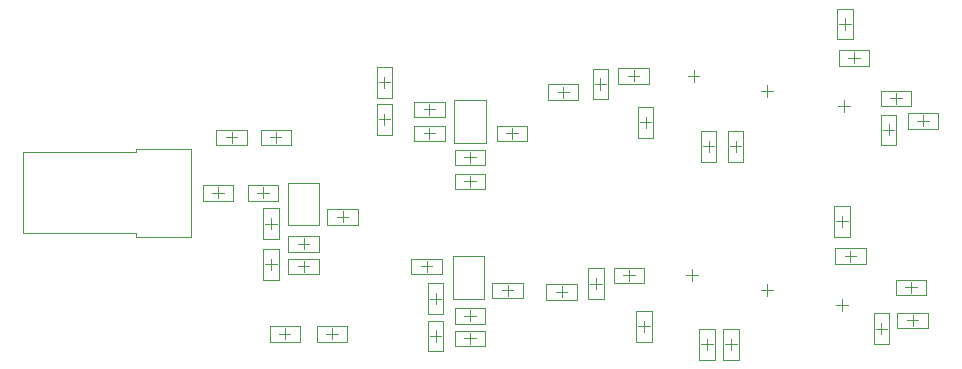
<source format=gbr>
%TF.GenerationSoftware,Altium Limited,Altium Designer,22.7.1 (60)*%
G04 Layer_Color=32768*
%FSLAX45Y45*%
%MOMM*%
%TF.SameCoordinates,8DF05635-03F1-411C-9BC5-7CD19558B576*%
%TF.FilePolarity,Positive*%
%TF.FileFunction,Other,Mechanical_15*%
%TF.Part,Single*%
G01*
G75*
%TA.AperFunction,NonConductor*%
%ADD42C,0.10000*%
%ADD43C,0.05000*%
D42*
X9108440Y5369560D02*
Y5501640D01*
X8849360Y5369560D02*
Y5501640D01*
Y5369560D02*
X9108440D01*
X8849360Y5501640D02*
X9108440D01*
X8931400Y5435600D02*
X9026400D01*
X8978900Y5388100D02*
Y5483100D01*
X9077960Y5179060D02*
Y5311140D01*
X9337040Y5179060D02*
Y5311140D01*
X9077960D02*
X9337040D01*
X9077960Y5179060D02*
X9337040D01*
X9160000Y5245100D02*
X9255000D01*
X9207500Y5197600D02*
Y5292600D01*
X8989060Y3489960D02*
Y3622040D01*
X9248140Y3489960D02*
Y3622040D01*
X8989060D02*
X9248140D01*
X8989060Y3489960D02*
X9248140D01*
X9071100Y3556000D02*
X9166100D01*
X9118600Y3508500D02*
Y3603500D01*
X9235440Y3769360D02*
Y3901440D01*
X8976360Y3769360D02*
Y3901440D01*
Y3769360D02*
X9235440D01*
X8976360Y3901440D02*
X9235440D01*
X9058400Y3835400D02*
X9153400D01*
X9105900Y3787900D02*
Y3882900D01*
X5689600Y3762500D02*
Y3857500D01*
X5642100Y3810000D02*
X5737100D01*
X5560060Y3876040D02*
X5819140D01*
X5560060Y3743960D02*
X5819140D01*
X5560060D02*
Y3876040D01*
X5819140Y3743960D02*
Y3876040D01*
X5726500Y5090400D02*
Y5185400D01*
X5679000Y5137900D02*
X5774000D01*
X5596960Y5203940D02*
X5856040D01*
X5596960Y5071860D02*
X5856040D01*
X5596960D02*
Y5203940D01*
X5856040Y5071860D02*
Y5203940D01*
X7331200Y3352800D02*
X7426200D01*
X7378700Y3305300D02*
Y3400300D01*
X7444740Y3223260D02*
Y3482340D01*
X7312660Y3223260D02*
Y3482340D01*
X7444740D01*
X7312660Y3223260D02*
X7444740D01*
X6810500Y5232400D02*
X6905500D01*
X6858000Y5184900D02*
Y5279900D01*
X6924040Y5102860D02*
Y5361940D01*
X6791960Y5102860D02*
Y5361940D01*
X6924040D01*
X6791960Y5102860D02*
X6924040D01*
X6160837Y5440076D02*
Y5535076D01*
X6113337Y5487576D02*
X6208337D01*
X6031297Y5421536D02*
X6290377D01*
X6031297Y5553616D02*
X6290377D01*
Y5421536D02*
Y5553616D01*
X6031297Y5421536D02*
Y5553616D01*
X6429083Y5557506D02*
X6524083D01*
X6476583Y5510005D02*
Y5605005D01*
X6542623Y5427965D02*
Y5687045D01*
X6410543Y5427965D02*
Y5687045D01*
X6542623D01*
X6410543Y5427965D02*
X6542623D01*
X6756400Y5578600D02*
Y5673600D01*
X6708900Y5626100D02*
X6803900D01*
X6626860Y5560060D02*
X6885940D01*
X6626860Y5692140D02*
X6885940D01*
Y5560060D02*
Y5692140D01*
X6626860Y5560060D02*
Y5692140D01*
X8867900Y5168900D02*
X8962900D01*
X8915400Y5121400D02*
Y5216400D01*
X8981440Y5039360D02*
Y5298440D01*
X8849360Y5039360D02*
Y5298440D01*
X8981440D01*
X8849360Y5039360D02*
X8981440D01*
X8623300Y5731000D02*
Y5826000D01*
X8575800Y5778500D02*
X8670800D01*
X8493760Y5844540D02*
X8752840D01*
X8493760Y5712460D02*
X8752840D01*
X8493760D02*
Y5844540D01*
X8752840Y5712460D02*
Y5844540D01*
X8499600Y6064400D02*
X8594600D01*
X8547100Y6016900D02*
Y6111900D01*
X8613140Y5934860D02*
Y6193940D01*
X8481060Y5934860D02*
Y6193940D01*
X8613140D01*
X8481060Y5934860D02*
X8613140D01*
X8539626Y5322100D02*
Y5422100D01*
X8489626Y5372100D02*
X8589626D01*
X7343900Y5029200D02*
X7438900D01*
X7391400Y4981700D02*
Y5076700D01*
X7457440Y4899660D02*
Y5158740D01*
X7325360Y4899660D02*
Y5158740D01*
X7457440D01*
X7325360Y4899660D02*
X7457440D01*
X7572500Y5029200D02*
X7667500D01*
X7620000Y4981700D02*
Y5076700D01*
X7686040Y4899660D02*
Y5158740D01*
X7553960Y4899660D02*
Y5158740D01*
X7686040D01*
X7553960Y4899660D02*
X7686040D01*
X6146800Y3749800D02*
Y3844800D01*
X6099300Y3797300D02*
X6194300D01*
X6017260Y3731260D02*
X6276340D01*
X6017260Y3863340D02*
X6276340D01*
Y3731260D02*
Y3863340D01*
X6017260Y3731260D02*
Y3863340D01*
X7534400Y3352800D02*
X7629400D01*
X7581900Y3305300D02*
Y3400300D01*
X7647940Y3223260D02*
Y3482340D01*
X7515860Y3223260D02*
Y3482340D01*
X7647940D01*
X7515860Y3223260D02*
X7647940D01*
X8521700Y3633000D02*
Y3733000D01*
X8471700Y3683000D02*
X8571700D01*
X8474200Y4394200D02*
X8569200D01*
X8521700Y4346700D02*
Y4441700D01*
X8587740Y4264660D02*
Y4523740D01*
X8455660Y4264660D02*
Y4523740D01*
X8587740D01*
X8455660Y4264660D02*
X8587740D01*
X8808159Y3484489D02*
X8903159D01*
X8855659Y3436989D02*
Y3531989D01*
X8921699Y3354949D02*
Y3614029D01*
X8789619Y3354949D02*
Y3614029D01*
X8921699D01*
X8789619Y3354949D02*
X8921699D01*
X3238500Y4588000D02*
Y4683000D01*
X3191000Y4635500D02*
X3286000D01*
X3108960Y4569460D02*
X3368040D01*
X3108960Y4701540D02*
X3368040D01*
Y4569460D02*
Y4701540D01*
X3108960Y4569460D02*
Y4701540D01*
X8591816Y4051346D02*
Y4146347D01*
X8544316Y4098847D02*
X8639316D01*
X8462276Y4164887D02*
X8721356D01*
X8462276Y4032807D02*
X8721356D01*
X8462276D02*
Y4164887D01*
X8721356Y4032807D02*
Y4164887D01*
X6718300Y3889500D02*
Y3984500D01*
X6670800Y3937000D02*
X6765800D01*
X6588760Y3870960D02*
X6847840D01*
X6588760Y4003040D02*
X6847840D01*
Y3870960D02*
Y4003040D01*
X6588760Y3870960D02*
Y4003040D01*
X6797800Y3505200D02*
X6892800D01*
X6845300Y3457700D02*
Y3552700D01*
X6911340Y3375660D02*
Y3634740D01*
X6779260Y3375660D02*
Y3634740D01*
X6911340D01*
X6779260Y3375660D02*
X6911340D01*
X6391400Y3867000D02*
X6486400D01*
X6438900Y3819500D02*
Y3914500D01*
X6504940Y3737460D02*
Y3996540D01*
X6372860Y3737460D02*
Y3996540D01*
X6504940D01*
X6372860Y3737460D02*
X6504940D01*
X7201700Y3937000D02*
X7301700D01*
X7251700Y3887000D02*
Y3987000D01*
X4204000Y3394200D02*
Y3489200D01*
X4156500Y3441700D02*
X4251500D01*
X4074460Y3507740D02*
X4333540D01*
X4074460Y3375660D02*
X4333540D01*
X4074460D02*
Y3507740D01*
X4333540Y3375660D02*
Y3507740D01*
X3803800Y3394200D02*
Y3489200D01*
X3756300Y3441700D02*
X3851300D01*
X3674260Y3507740D02*
X3933340D01*
X3674260Y3375660D02*
X3933340D01*
X3674260D02*
Y3507740D01*
X3933340Y3375660D02*
Y3507740D01*
X5003800Y3965700D02*
Y4060700D01*
X4956300Y4013200D02*
X5051300D01*
X4874260Y3947160D02*
X5133340D01*
X4874260Y4079240D02*
X5133340D01*
Y3947160D02*
Y4079240D01*
X4874260Y3947160D02*
Y4079240D01*
X5013960Y3292960D02*
X5146040D01*
X5013960Y3552040D02*
X5146040D01*
X5013960Y3292960D02*
Y3552040D01*
X5146040Y3292960D02*
Y3552040D01*
X5080000Y3375000D02*
Y3470000D01*
X5032500Y3422500D02*
X5127500D01*
X5032500Y3740300D02*
X5127500D01*
X5080000Y3692800D02*
Y3787800D01*
X5146040Y3610760D02*
Y3869840D01*
X5013960Y3610760D02*
Y3869840D01*
X5146040D01*
X5013960Y3610760D02*
X5146040D01*
X5372100Y3356100D02*
Y3451100D01*
X5324600Y3403600D02*
X5419600D01*
X5242560Y3337560D02*
X5501640D01*
X5242560Y3469640D02*
X5501640D01*
Y3337560D02*
Y3469640D01*
X5242560Y3337560D02*
Y3469640D01*
X5372100Y3546600D02*
Y3641600D01*
X5324600Y3594100D02*
X5419600D01*
X5242560Y3528060D02*
X5501640D01*
X5242560Y3660140D02*
X5501640D01*
Y3528060D02*
Y3660140D01*
X5242560Y3528060D02*
Y3660140D01*
X4599500Y5569700D02*
X4694500D01*
X4647000Y5522200D02*
Y5617200D01*
X4713040Y5440160D02*
Y5699240D01*
X4580960Y5440160D02*
Y5699240D01*
X4713040D01*
X4580960Y5440160D02*
X4713040D01*
X4599500Y5258400D02*
X4694500D01*
X4647000Y5210900D02*
Y5305900D01*
X4713040Y5128860D02*
Y5387940D01*
X4580960Y5128860D02*
Y5387940D01*
X4713040D01*
X4580960Y5128860D02*
X4713040D01*
X5028000Y5090400D02*
Y5185400D01*
X4980500Y5137900D02*
X5075500D01*
X4898460Y5071860D02*
X5157540D01*
X4898460Y5203940D02*
X5157540D01*
Y5071860D02*
Y5203940D01*
X4898460Y5071860D02*
Y5203940D01*
X5370900Y4684000D02*
Y4779000D01*
X5323400Y4731500D02*
X5418400D01*
X5241360Y4665460D02*
X5500440D01*
X5241360Y4797540D02*
X5500440D01*
Y4665460D02*
Y4797540D01*
X5241360Y4665460D02*
Y4797540D01*
X5370900Y4887200D02*
Y4982200D01*
X5323400Y4934700D02*
X5418400D01*
X5241360Y4868660D02*
X5500440D01*
X5241360Y5000740D02*
X5500440D01*
Y4868660D02*
Y5000740D01*
X5241360Y4868660D02*
Y5000740D01*
X3620367Y3900790D02*
X3752447D01*
X3620367Y4159870D02*
X3752447D01*
X3620367Y3900790D02*
Y4159870D01*
X3752447Y3900790D02*
Y4159870D01*
X3686407Y3982830D02*
Y4077830D01*
X3638907Y4030330D02*
X3733907D01*
X3727600Y5057900D02*
Y5152900D01*
X3680100Y5105400D02*
X3775100D01*
X3598060Y5039360D02*
X3857140D01*
X3598060Y5171440D02*
X3857140D01*
Y5039360D02*
Y5171440D01*
X3598060Y5039360D02*
Y5171440D01*
X3353100Y5057900D02*
Y5152900D01*
X3305600Y5105400D02*
X3400600D01*
X3223560Y5039360D02*
X3482640D01*
X3223560Y5171440D02*
X3482640D01*
Y5039360D02*
Y5171440D01*
X3223560Y5039360D02*
Y5171440D01*
X3638907Y4373073D02*
X3733907D01*
X3686407Y4325573D02*
Y4420572D01*
X3752447Y4243532D02*
Y4502612D01*
X3620367Y4243532D02*
Y4502612D01*
X3752447D01*
X3620367Y4243532D02*
X3752447D01*
X3962700Y4156200D02*
Y4251200D01*
X3915200Y4203700D02*
X4010200D01*
X3833160Y4137660D02*
X4092240D01*
X3833160Y4269740D02*
X4092240D01*
Y4137660D02*
Y4269740D01*
X3833160Y4137660D02*
Y4269740D01*
X3962700Y3965700D02*
Y4060700D01*
X3915200Y4013200D02*
X4010200D01*
X3833160Y3947160D02*
X4092240D01*
X3833160Y4079240D02*
X4092240D01*
Y3947160D02*
Y4079240D01*
X3833160Y3947160D02*
Y4079240D01*
X3619800Y4588000D02*
Y4683000D01*
X3572300Y4635500D02*
X3667300D01*
X3490260Y4569460D02*
X3749340D01*
X3490260Y4701540D02*
X3749340D01*
Y4569460D02*
Y4701540D01*
X3490260Y4569460D02*
Y4701540D01*
X4292900Y4384800D02*
Y4479800D01*
X4245400Y4432300D02*
X4340400D01*
X4163360Y4498340D02*
X4422440D01*
X4163360Y4366260D02*
X4422440D01*
X4163360D02*
Y4498340D01*
X4422440Y4366260D02*
Y4498340D01*
X7836700Y3810000D02*
X7936700D01*
X7886700Y3760000D02*
Y3860000D01*
X7264400Y5576100D02*
Y5676100D01*
X7214400Y5626100D02*
X7314400D01*
X7836700Y5499100D02*
X7936700D01*
X7886700Y5449100D02*
Y5549100D01*
X4898460Y5275060D02*
Y5407140D01*
X5157540Y5275060D02*
Y5407140D01*
X4898460D02*
X5157540D01*
X4898460Y5275060D02*
X5157540D01*
X4980500Y5341100D02*
X5075500D01*
X5028000Y5293600D02*
Y5388600D01*
D43*
X2540900Y5010500D02*
X3010900D01*
X2540900Y4978000D02*
Y5010500D01*
X1588900Y4978000D02*
X2540900D01*
X1588900Y4293000D02*
Y4978000D01*
Y4293000D02*
X2540900D01*
Y4260500D02*
Y4293000D01*
Y4260500D02*
X3010900D01*
Y5010500D01*
X5226400Y3736200D02*
Y4098200D01*
Y3736200D02*
X5492400D01*
Y4098200D01*
X5226400D02*
X5492400D01*
X3830660Y4359010D02*
Y4721010D01*
Y4359010D02*
X4096660D01*
Y4721010D01*
X3830660D02*
X4096660D01*
X5237900Y5420500D02*
X5503900D01*
Y5058500D02*
Y5420500D01*
X5237900Y5058500D02*
X5503900D01*
X5237900D02*
Y5420500D01*
%TF.MD5,fa58c1984ef65cde97f5a508182e43b3*%
M02*

</source>
